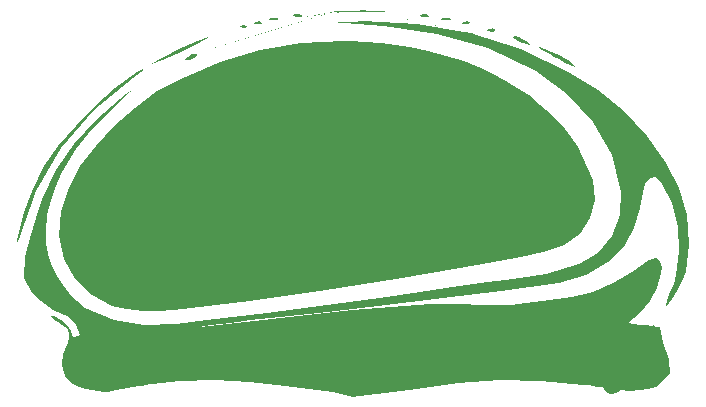
<source format=gbr>
G04 #@! TF.FileFunction,Copper,L1,Top,Signal*
%FSLAX46Y46*%
G04 Gerber Fmt 4.6, Leading zero omitted, Abs format (unit mm)*
G04 Created by KiCad (PCBNEW 4.0.3+e1-6302~38~ubuntu14.04.1-stable) date Sat Aug 27 00:04:27 2016*
%MOMM*%
%LPD*%
G01*
G04 APERTURE LIST*
%ADD10C,0.100000*%
G04 APERTURE END LIST*
D10*
G36*
X148156409Y-89396061D02*
X147612736Y-89400015D01*
X147068120Y-89410007D01*
X146529665Y-89424049D01*
X146004466Y-89440158D01*
X145895662Y-89448697D01*
X145787705Y-89456088D01*
X142741271Y-89695922D01*
X142626469Y-89693664D01*
X142500289Y-89704346D01*
X142364514Y-89728455D01*
X142220924Y-89766477D01*
X142093112Y-89827599D01*
X142163905Y-89877095D01*
X142322740Y-89906559D01*
X142459049Y-89907589D01*
X142910404Y-89915333D01*
X143070688Y-89846602D01*
X142995707Y-89755448D01*
X142741271Y-89695922D01*
X145787705Y-89456088D01*
X145680090Y-89466539D01*
X145572313Y-89484255D01*
X152982231Y-89894796D01*
X153124784Y-89919566D01*
X153227589Y-89925227D01*
X153663521Y-89921631D01*
X153738194Y-89823439D01*
X153555359Y-89721019D01*
X153218770Y-89704741D01*
X153162926Y-89715762D01*
X153104867Y-89731879D01*
X153046436Y-89752066D01*
X152989464Y-89775297D01*
X152902827Y-89847759D01*
X152982231Y-89894796D01*
X145572313Y-89484255D01*
X154925912Y-90035148D01*
X154815089Y-90075157D01*
X154728362Y-90147589D01*
X154807771Y-90194639D01*
X154950369Y-90219431D01*
X155053214Y-90225088D01*
X155449798Y-90230763D01*
X155568097Y-90158498D01*
X155475255Y-90064406D01*
X155238422Y-90004602D01*
X155139427Y-90001972D01*
X155034641Y-90011454D01*
X154925912Y-90035148D01*
X145572313Y-89484255D01*
X139336312Y-90583874D01*
X139538222Y-90491550D01*
X139531465Y-90360804D01*
X139292869Y-90313283D01*
X139237499Y-90321126D01*
X139175652Y-90334395D01*
X139108472Y-90352542D01*
X139037105Y-90375019D01*
X138986207Y-90396206D01*
X138926597Y-90432684D01*
X138900193Y-90475606D01*
X138948910Y-90516130D01*
X139336312Y-90583874D01*
X145572313Y-89484255D01*
X156658353Y-90375019D01*
X156605978Y-90396162D01*
X156543347Y-90432650D01*
X156513968Y-90475599D01*
X156561339Y-90516130D01*
X156948680Y-90583882D01*
X157150596Y-90491563D01*
X157143879Y-90360816D01*
X156905297Y-90313283D01*
X156851308Y-90321126D01*
X156792499Y-90334396D01*
X156728349Y-90352544D01*
X156658353Y-90375019D01*
X145572313Y-89484255D01*
X148103492Y-90322102D01*
X147799141Y-90325106D01*
X147494651Y-90330912D01*
X147190314Y-90338928D01*
X146886409Y-90348561D01*
X146360696Y-90355519D01*
X145643236Y-90355769D01*
X145192380Y-90363440D01*
X145466480Y-90392658D01*
X149941704Y-90726486D01*
X154397897Y-91379255D01*
X158709908Y-92570600D01*
X162752591Y-94520158D01*
X165364499Y-96445739D01*
X167569447Y-98850413D01*
X169169545Y-101660827D01*
X169966897Y-104803630D01*
X169890155Y-106700917D01*
X169208602Y-108461762D01*
X168008819Y-109914895D01*
X166377383Y-110889046D01*
X163641902Y-111671484D01*
X160833918Y-112144415D01*
X157997489Y-112490164D01*
X155176686Y-112891060D01*
X150130022Y-113667285D01*
X145068525Y-114340829D01*
X140000951Y-114970791D01*
X134936063Y-115616268D01*
X132304543Y-115914406D01*
X129625778Y-116006402D01*
X127018058Y-115640954D01*
X124599674Y-114566754D01*
X123910124Y-113994702D01*
X123265515Y-113357677D01*
X122692674Y-112659322D01*
X122218424Y-111903282D01*
X121776810Y-110994207D01*
X121478668Y-110035707D01*
X121307869Y-109045266D01*
X121248285Y-108040366D01*
X121389529Y-106739001D01*
X121674256Y-105462362D01*
X122100981Y-104226774D01*
X122668216Y-103048560D01*
X123824542Y-101145559D01*
X125215187Y-99412230D01*
X126774326Y-97819168D01*
X128436132Y-96336963D01*
X128769907Y-96023577D01*
X128475555Y-96180328D01*
X127929982Y-96545483D01*
X127510091Y-96857310D01*
X125493916Y-98669224D01*
X123660502Y-100681657D01*
X122113672Y-102907403D01*
X120957243Y-105359255D01*
X120414653Y-106984525D01*
X119913981Y-108635029D01*
X119546884Y-110310112D01*
X119405021Y-112009116D01*
X119991279Y-113124563D01*
X120864325Y-114022020D01*
X121920531Y-114728824D01*
X123056271Y-115272310D01*
X123475841Y-115584959D01*
X123789337Y-115974517D01*
X124014112Y-116420871D01*
X124167521Y-116903907D01*
X124009743Y-116934157D01*
X123858476Y-116984625D01*
X123714006Y-117054264D01*
X123576618Y-117142032D01*
X123409347Y-116543955D01*
X123050258Y-116029598D01*
X122559680Y-115608437D01*
X121997938Y-115289949D01*
X121682419Y-115260954D01*
X121889921Y-115493877D01*
X122316796Y-115803430D01*
X122659396Y-116004324D01*
X123036064Y-116302527D01*
X123201417Y-116677382D01*
X123221438Y-117105969D01*
X123162106Y-117565366D01*
X122746459Y-118444680D01*
X122632221Y-119444300D01*
X122875529Y-120370962D01*
X123532522Y-121031407D01*
X124087577Y-121264020D01*
X124645586Y-121431423D01*
X125207099Y-121539929D01*
X125772661Y-121595852D01*
X126098004Y-121693701D01*
X126458123Y-121703014D01*
X126834903Y-121647721D01*
X127210231Y-121551760D01*
X127216908Y-121550067D01*
X127223459Y-121547245D01*
X127230009Y-121544422D01*
X127236689Y-121542729D01*
X127705005Y-121477352D01*
X128175112Y-121395375D01*
X128645644Y-121298881D01*
X129115231Y-121189951D01*
X129240884Y-121192773D01*
X129367082Y-121184561D01*
X129493031Y-121163676D01*
X129617939Y-121128353D01*
X132577655Y-120727437D01*
X135558121Y-120651824D01*
X138540648Y-120825501D01*
X141506549Y-121172518D01*
X142872852Y-121360422D01*
X144250208Y-121503881D01*
X145616133Y-121693326D01*
X146948145Y-122019185D01*
X147006570Y-122055346D01*
X147073689Y-122077331D01*
X147144182Y-122090088D01*
X147212728Y-122098554D01*
X148582827Y-121922628D01*
X149956397Y-121748418D01*
X151331761Y-121579500D01*
X152707242Y-121419457D01*
X156196155Y-120962923D01*
X159706135Y-120712290D01*
X163220191Y-120731453D01*
X166721341Y-121084315D01*
X166880435Y-121123852D01*
X167025969Y-121134548D01*
X167160301Y-121120127D01*
X167285786Y-121084332D01*
X167607211Y-121162993D01*
X167929560Y-121238629D01*
X168251931Y-121309876D01*
X168573424Y-121375374D01*
X168571449Y-121384179D01*
X168568909Y-121392787D01*
X168566369Y-121401508D01*
X168564676Y-121410652D01*
X168742538Y-121747744D01*
X169122454Y-121840561D01*
X169571850Y-121758110D01*
X169958148Y-121569402D01*
X170708574Y-121600088D01*
X171461068Y-121562369D01*
X172216165Y-121444380D01*
X172974398Y-121234263D01*
X174109639Y-120159967D01*
X174045044Y-118901442D01*
X173513473Y-117550354D01*
X173247800Y-116198360D01*
X173170327Y-116190590D01*
X173093374Y-116181257D01*
X173016463Y-116171656D01*
X172939120Y-116163085D01*
X172882478Y-116069604D01*
X172801184Y-116027585D01*
X172709484Y-116044496D01*
X172621620Y-116127806D01*
X172110208Y-116067046D01*
X171600373Y-115998713D01*
X171091837Y-115922166D01*
X170584328Y-115836765D01*
X171595096Y-114999084D01*
X172435997Y-114014404D01*
X173050005Y-112884776D01*
X173380092Y-111612251D01*
X173442387Y-111076114D01*
X173264245Y-110596709D01*
X172892672Y-110351673D01*
X172374675Y-110518640D01*
X170859345Y-111546529D01*
X169288855Y-112505677D01*
X167627472Y-113262852D01*
X165839467Y-113684820D01*
X164548885Y-113849931D01*
X163256939Y-114006557D01*
X161964209Y-114156654D01*
X160671273Y-114302181D01*
X153905427Y-114250191D01*
X147153196Y-114743628D01*
X140406445Y-115514630D01*
X133657244Y-116295365D01*
X135298037Y-116062815D01*
X136942020Y-115845373D01*
X138586235Y-115634646D01*
X140227730Y-115422241D01*
X145140091Y-114918219D01*
X150041244Y-114327330D01*
X154939253Y-113708427D01*
X159842175Y-113120365D01*
X162264138Y-112848402D01*
X164706148Y-112495018D01*
X167031275Y-111806079D01*
X169102591Y-110527449D01*
X170280973Y-109277748D01*
X171096776Y-107790325D01*
X171616632Y-106156725D01*
X171907174Y-104468491D01*
X172051661Y-103910810D01*
X172420906Y-103553161D01*
X172886065Y-103509860D01*
X173318285Y-103895227D01*
X174307045Y-105701588D01*
X174808712Y-107704294D01*
X174893689Y-109786842D01*
X174632382Y-111832727D01*
X174449469Y-112532528D01*
X174149043Y-113215187D01*
X173867600Y-113883508D01*
X173741619Y-114540296D01*
X174286889Y-113857619D01*
X174752174Y-113112123D01*
X175142132Y-112322241D01*
X175461410Y-111506407D01*
X175690013Y-109128805D01*
X175518030Y-106736335D01*
X174905430Y-104427027D01*
X173812174Y-102298907D01*
X172166212Y-99992577D01*
X170219008Y-97945902D01*
X168022275Y-96164115D01*
X165627730Y-94652449D01*
X161508691Y-92686523D01*
X157159105Y-91334199D01*
X152662775Y-90558413D01*
X148103492Y-90322102D01*
X145572313Y-89484255D01*
X138119165Y-90892539D01*
X138321080Y-90800215D01*
X138314358Y-90669477D01*
X138075785Y-90621963D01*
X138021796Y-90628429D01*
X137962984Y-90638665D01*
X137898837Y-90653779D01*
X137828841Y-90674880D01*
X137776484Y-90697655D01*
X137713855Y-90737123D01*
X137684466Y-90782953D01*
X137731827Y-90824810D01*
X138119165Y-90892539D01*
X145572313Y-89484255D01*
X159030786Y-90921825D01*
X158976797Y-90929667D01*
X158917985Y-90942937D01*
X158853838Y-90961084D01*
X158783842Y-90983560D01*
X158731464Y-91004793D01*
X158668842Y-91041266D01*
X158639465Y-91084165D01*
X158686825Y-91124671D01*
X159074164Y-91192405D01*
X159276079Y-91100086D01*
X159269363Y-90969348D01*
X159030786Y-90921825D01*
X145572313Y-89484255D01*
X135280022Y-91521547D01*
X133912356Y-92043987D01*
X132568179Y-92638955D01*
X131257007Y-93303604D01*
X129988355Y-94035088D01*
X130001582Y-94037289D01*
X130014810Y-94039491D01*
X130028038Y-94041692D01*
X130041266Y-94043893D01*
X131390326Y-93498981D01*
X132726888Y-92908539D01*
X134030327Y-92255184D01*
X135280022Y-91521547D01*
X145572313Y-89484255D01*
X160997522Y-91556824D01*
X160869935Y-91575581D01*
X160851816Y-91650477D01*
X160974908Y-91775561D01*
X161270913Y-91944880D01*
X161423858Y-92028907D01*
X161579269Y-92108892D01*
X161737049Y-92184041D01*
X161897094Y-92253561D01*
X162306167Y-92360555D01*
X162237101Y-92201387D01*
X161914250Y-91949242D01*
X161561966Y-91777311D01*
X161404024Y-91684378D01*
X161252095Y-91617344D01*
X161113995Y-91575171D01*
X160997522Y-91556824D01*
X145572313Y-89484255D01*
X142888327Y-92173363D01*
X139397347Y-92764734D01*
X136001854Y-93766386D01*
X132748841Y-95172796D01*
X130681170Y-96253070D01*
X128802478Y-97619666D01*
X127082367Y-99193782D01*
X125490438Y-100896616D01*
X124175813Y-102544594D01*
X123192824Y-104399802D01*
X122589146Y-106406212D01*
X122412452Y-108507796D01*
X122818723Y-110416357D01*
X123766956Y-112134921D01*
X125158006Y-113519384D01*
X126892730Y-114425643D01*
X128182010Y-114710762D01*
X129489733Y-114827828D01*
X130806437Y-114818765D01*
X132122660Y-114725503D01*
X138569301Y-113983647D01*
X144996700Y-113085201D01*
X151407634Y-112069840D01*
X157804880Y-110977239D01*
X159655753Y-110621488D01*
X161514056Y-110270829D01*
X163347806Y-109836813D01*
X165125022Y-109230990D01*
X166461677Y-108297368D01*
X167371849Y-106967289D01*
X167771561Y-105408661D01*
X167576827Y-103789392D01*
X167193990Y-102826208D01*
X166788547Y-101861441D01*
X166309816Y-100936813D01*
X165707105Y-100094045D01*
X164941431Y-99094194D01*
X164075282Y-98192512D01*
X163138694Y-97359652D01*
X162161689Y-96566269D01*
X161192382Y-95935348D01*
X160196166Y-95335981D01*
X159172882Y-94785109D01*
X158122380Y-94299671D01*
X156663055Y-93713955D01*
X155173988Y-93224797D01*
X153659815Y-92816670D01*
X152125158Y-92474047D01*
X150887885Y-92292458D01*
X149643215Y-92135484D01*
X148393769Y-92024318D01*
X147142173Y-91980158D01*
X146963450Y-91981315D01*
X146784876Y-91985246D01*
X146606360Y-91991037D01*
X146427799Y-91997797D01*
X142888327Y-92173363D01*
X145572313Y-89484255D01*
X133921827Y-93056130D01*
X133791725Y-93071059D01*
X133641622Y-93115672D01*
X133481691Y-93194455D01*
X133322105Y-93311895D01*
X133082551Y-93520958D01*
X133159724Y-93597002D01*
X133395257Y-93572383D01*
X133630785Y-93479463D01*
X133967598Y-93315558D01*
X134100112Y-93180020D01*
X134070722Y-93088371D01*
X133921827Y-93056130D01*
X145572313Y-89484255D01*
X129468007Y-94352588D01*
X129396826Y-94373419D01*
X129289617Y-94421061D01*
X129143720Y-94498407D01*
X128956480Y-94608351D01*
X127123385Y-95962008D01*
X125428024Y-97491272D01*
X123838835Y-99137911D01*
X122324257Y-100843699D01*
X121147004Y-102598682D01*
X120175919Y-104484241D01*
X119423518Y-106467759D01*
X118902313Y-108516616D01*
X118865348Y-108804140D01*
X118866621Y-109018656D01*
X118914402Y-109037274D01*
X119016966Y-108737102D01*
X120432140Y-104709301D01*
X122575961Y-101023526D01*
X125356812Y-97788028D01*
X128683077Y-95111060D01*
X129021174Y-94882842D01*
X129321108Y-94625916D01*
X129498258Y-94421944D01*
X129468007Y-94352588D01*
X145572313Y-89484255D01*
X146727512Y-89542082D01*
X140871313Y-90230760D01*
X140989620Y-90158495D01*
X140896756Y-90064404D01*
X140659883Y-90004602D01*
X140560878Y-90001972D01*
X140456089Y-90011455D01*
X140347364Y-90035149D01*
X140236549Y-90075157D01*
X140149950Y-90147621D01*
X140229355Y-90194661D01*
X140371889Y-90219431D01*
X140474674Y-90225087D01*
X140871313Y-90230760D01*
X146727512Y-89542082D01*
X147888464Y-89556521D01*
X149051101Y-89539237D01*
X163063468Y-92601442D01*
X163458452Y-92849235D01*
X163956913Y-93118896D01*
X164304814Y-93311894D01*
X164753902Y-93535805D01*
X165217303Y-93803422D01*
X165680864Y-94032531D01*
X166130438Y-94140921D01*
X165469528Y-93620324D01*
X164707014Y-93196276D01*
X163899946Y-92827832D01*
X163105369Y-92474047D01*
X163080844Y-92472579D01*
X163059931Y-92471986D01*
X163041897Y-92472410D01*
X163025994Y-92474047D01*
X163063468Y-92601442D01*
X149051101Y-89539237D01*
X150211339Y-89501894D01*
X149724686Y-89450022D01*
X149216980Y-89417476D01*
X148692718Y-89400681D01*
X148156409Y-89396061D01*
X148156409Y-89396061D01*
G37*
M02*

</source>
